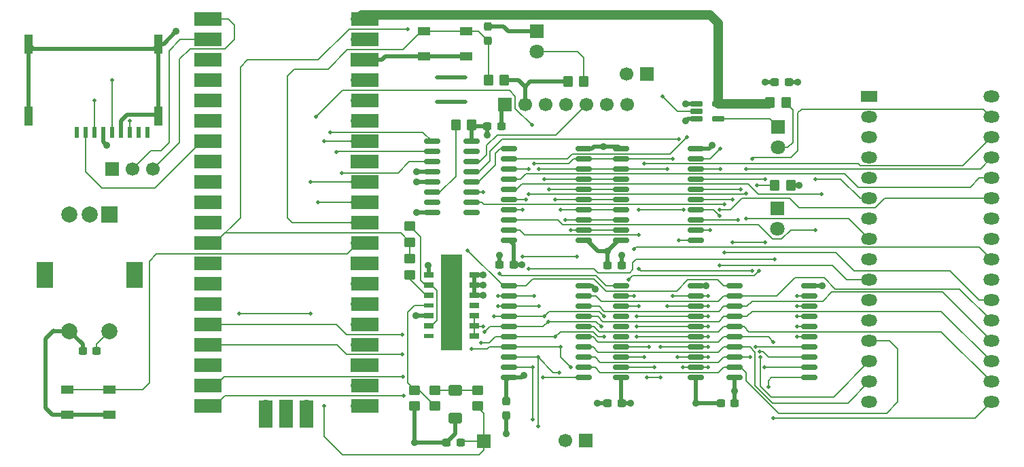
<source format=gbr>
%TF.GenerationSoftware,KiCad,Pcbnew,9.0.6*%
%TF.CreationDate,2025-11-05T23:56:09-08:00*%
%TF.ProjectId,SD-PGMR,53442d50-474d-4522-9e6b-696361645f70,v2.0*%
%TF.SameCoordinates,Original*%
%TF.FileFunction,Copper,L1,Top*%
%TF.FilePolarity,Positive*%
%FSLAX46Y46*%
G04 Gerber Fmt 4.6, Leading zero omitted, Abs format (unit mm)*
G04 Created by KiCad (PCBNEW 9.0.6) date 2025-11-05 23:56:09*
%MOMM*%
%LPD*%
G01*
G04 APERTURE LIST*
G04 Aperture macros list*
%AMRoundRect*
0 Rectangle with rounded corners*
0 $1 Rounding radius*
0 $2 $3 $4 $5 $6 $7 $8 $9 X,Y pos of 4 corners*
0 Add a 4 corners polygon primitive as box body*
4,1,4,$2,$3,$4,$5,$6,$7,$8,$9,$2,$3,0*
0 Add four circle primitives for the rounded corners*
1,1,$1+$1,$2,$3*
1,1,$1+$1,$4,$5*
1,1,$1+$1,$6,$7*
1,1,$1+$1,$8,$9*
0 Add four rect primitives between the rounded corners*
20,1,$1+$1,$2,$3,$4,$5,0*
20,1,$1+$1,$4,$5,$6,$7,0*
20,1,$1+$1,$6,$7,$8,$9,0*
20,1,$1+$1,$8,$9,$2,$3,0*%
G04 Aperture macros list end*
%TA.AperFunction,SMDPad,CuDef*%
%ADD10RoundRect,0.250000X-0.350000X-0.450000X0.350000X-0.450000X0.350000X0.450000X-0.350000X0.450000X0*%
%TD*%
%TA.AperFunction,SMDPad,CuDef*%
%ADD11RoundRect,0.237500X0.300000X0.237500X-0.300000X0.237500X-0.300000X-0.237500X0.300000X-0.237500X0*%
%TD*%
%TA.AperFunction,ComponentPad*%
%ADD12R,1.800000X1.800000*%
%TD*%
%TA.AperFunction,ComponentPad*%
%ADD13C,1.800000*%
%TD*%
%TA.AperFunction,SMDPad,CuDef*%
%ADD14RoundRect,0.150000X0.875000X0.150000X-0.875000X0.150000X-0.875000X-0.150000X0.875000X-0.150000X0*%
%TD*%
%TA.AperFunction,SMDPad,CuDef*%
%ADD15RoundRect,0.237500X-0.300000X-0.237500X0.300000X-0.237500X0.300000X0.237500X-0.300000X0.237500X0*%
%TD*%
%TA.AperFunction,ComponentPad*%
%ADD16R,2.000000X1.440000*%
%TD*%
%TA.AperFunction,ComponentPad*%
%ADD17O,2.000000X1.440000*%
%TD*%
%TA.AperFunction,ComponentPad*%
%ADD18R,1.700000X1.700000*%
%TD*%
%TA.AperFunction,ComponentPad*%
%ADD19C,1.700000*%
%TD*%
%TA.AperFunction,SMDPad,CuDef*%
%ADD20RoundRect,0.250000X-0.600000X0.400000X-0.600000X-0.400000X0.600000X-0.400000X0.600000X0.400000X0*%
%TD*%
%TA.AperFunction,ComponentPad*%
%ADD21O,1.700000X1.700000*%
%TD*%
%TA.AperFunction,SMDPad,CuDef*%
%ADD22R,3.500000X1.700000*%
%TD*%
%TA.AperFunction,SMDPad,CuDef*%
%ADD23R,1.700000X3.500000*%
%TD*%
%TA.AperFunction,SMDPad,CuDef*%
%ADD24R,0.620000X1.400000*%
%TD*%
%TA.AperFunction,SMDPad,CuDef*%
%ADD25R,1.100000X2.400000*%
%TD*%
%TA.AperFunction,SMDPad,CuDef*%
%ADD26RoundRect,0.250000X0.350000X0.450000X-0.350000X0.450000X-0.350000X-0.450000X0.350000X-0.450000X0*%
%TD*%
%TA.AperFunction,SMDPad,CuDef*%
%ADD27RoundRect,0.250000X-0.450000X0.350000X-0.450000X-0.350000X0.450000X-0.350000X0.450000X0.350000X0*%
%TD*%
%TA.AperFunction,SMDPad,CuDef*%
%ADD28RoundRect,0.150000X-0.825000X-0.150000X0.825000X-0.150000X0.825000X0.150000X-0.825000X0.150000X0*%
%TD*%
%TA.AperFunction,SMDPad,CuDef*%
%ADD29RoundRect,0.150000X-0.875000X-0.150000X0.875000X-0.150000X0.875000X0.150000X-0.875000X0.150000X0*%
%TD*%
%TA.AperFunction,SMDPad,CuDef*%
%ADD30RoundRect,0.237500X0.237500X-0.300000X0.237500X0.300000X-0.237500X0.300000X-0.237500X-0.300000X0*%
%TD*%
%TA.AperFunction,SMDPad,CuDef*%
%ADD31RoundRect,0.250000X0.450000X-0.350000X0.450000X0.350000X-0.450000X0.350000X-0.450000X-0.350000X0*%
%TD*%
%TA.AperFunction,ComponentPad*%
%ADD32R,2.000000X2.000000*%
%TD*%
%TA.AperFunction,ComponentPad*%
%ADD33C,2.000000*%
%TD*%
%TA.AperFunction,ComponentPad*%
%ADD34R,2.000000X3.200000*%
%TD*%
%TA.AperFunction,SMDPad,CuDef*%
%ADD35R,1.310000X0.650000*%
%TD*%
%TA.AperFunction,SMDPad,CuDef*%
%ADD36R,1.310000X0.600000*%
%TD*%
%TA.AperFunction,SMDPad,CuDef*%
%ADD37R,1.325000X1.500000*%
%TD*%
%TA.AperFunction,ComponentPad*%
%ADD38C,0.800000*%
%TD*%
%TA.AperFunction,SMDPad,CuDef*%
%ADD39R,1.600000X1.000000*%
%TD*%
%TA.AperFunction,SMDPad,CuDef*%
%ADD40RoundRect,0.162500X-0.617500X-0.162500X0.617500X-0.162500X0.617500X0.162500X-0.617500X0.162500X0*%
%TD*%
%TA.AperFunction,ViaPad*%
%ADD41C,0.889000*%
%TD*%
%TA.AperFunction,ViaPad*%
%ADD42C,0.508000*%
%TD*%
%TA.AperFunction,Conductor*%
%ADD43C,0.190500*%
%TD*%
%TA.AperFunction,Conductor*%
%ADD44C,0.508000*%
%TD*%
%TA.AperFunction,Conductor*%
%ADD45C,1.143000*%
%TD*%
G04 APERTURE END LIST*
D10*
%TO.P,R9,1*%
%TO.N,+3.3V*%
X145304000Y-87249000D03*
%TO.P,R9,2*%
%TO.N,Net-(LED1-A)*%
X147304000Y-87249000D03*
%TD*%
D11*
%TO.P,C9,1*%
%TO.N,GND*%
X137006501Y-92837000D03*
%TO.P,C9,2*%
%TO.N,+5DP*%
X135281499Y-92837000D03*
%TD*%
D12*
%TO.P,LED2,1,K*%
%TO.N,Net-(LED2-K)*%
X171500800Y-92959000D03*
D13*
%TO.P,LED2,2,A*%
%TO.N,Net-(LED2-A)*%
X171500800Y-95499000D03*
%TD*%
D11*
%TO.P,C1,1*%
%TO.N,/RE_SW-*%
X86587500Y-120900000D03*
%TO.P,C1,2*%
%TO.N,GND*%
X84862500Y-120900000D03*
%TD*%
D14*
%TO.P,U5,1,OE*%
%TO.N,/PRD-*%
X147320000Y-124206000D03*
%TO.P,U5,2,D0*%
%TO.N,/BD0*%
X147320000Y-122936000D03*
%TO.P,U5,3,D1*%
%TO.N,/BD1*%
X147320000Y-121666000D03*
%TO.P,U5,4,D2*%
%TO.N,/BD2*%
X147320000Y-120396000D03*
%TO.P,U5,5,D3*%
%TO.N,/BD3*%
X147320000Y-119126000D03*
%TO.P,U5,6,D4*%
%TO.N,/BD4*%
X147320000Y-117856000D03*
%TO.P,U5,7,D5*%
%TO.N,/BD5*%
X147320000Y-116586000D03*
%TO.P,U5,8,D6*%
%TO.N,/BD6*%
X147320000Y-115316000D03*
%TO.P,U5,9,D7*%
%TO.N,/BD7*%
X147320000Y-114046000D03*
%TO.P,U5,10,GND*%
%TO.N,GND*%
X147320000Y-112776000D03*
%TO.P,U5,11,Cp*%
%TO.N,/DLATCH*%
X138020000Y-112776000D03*
%TO.P,U5,12,Q7*%
%TO.N,/PD7*%
X138020000Y-114046000D03*
%TO.P,U5,13,Q6*%
%TO.N,/PD6*%
X138020000Y-115316000D03*
%TO.P,U5,14,Q5*%
%TO.N,/PD5*%
X138020000Y-116586000D03*
%TO.P,U5,15,Q4*%
%TO.N,/PD4*%
X138020000Y-117856000D03*
%TO.P,U5,16,Q3*%
%TO.N,/PD3*%
X138020000Y-119126000D03*
%TO.P,U5,17,Q2*%
%TO.N,/PD2*%
X138020000Y-120396000D03*
%TO.P,U5,18,Q1*%
%TO.N,/PD1*%
X138020000Y-121666000D03*
%TO.P,U5,19,Q0*%
%TO.N,/PD0*%
X138020000Y-122936000D03*
%TO.P,U5,20,VCC*%
%TO.N,+3.3V*%
X138020000Y-124206000D03*
%TD*%
%TO.P,U9,1,OE*%
%TO.N,GND*%
X161290000Y-124206000D03*
%TO.P,U9,2,D0*%
%TO.N,/PD0*%
X161290000Y-122936000D03*
%TO.P,U9,3,D1*%
%TO.N,/PD1*%
X161290000Y-121666000D03*
%TO.P,U9,4,D2*%
%TO.N,/PD2*%
X161290000Y-120396000D03*
%TO.P,U9,5,D3*%
%TO.N,/PD3*%
X161290000Y-119126000D03*
%TO.P,U9,6,D4*%
%TO.N,/PD4*%
X161290000Y-117856000D03*
%TO.P,U9,7,D5*%
%TO.N,/PD5*%
X161290000Y-116586000D03*
%TO.P,U9,8,D6*%
%TO.N,/PD6*%
X161290000Y-115316000D03*
%TO.P,U9,9,D7*%
%TO.N,/PD7*%
X161290000Y-114046000D03*
%TO.P,U9,10,GND*%
%TO.N,GND*%
X161290000Y-112776000D03*
%TO.P,U9,11,Cp*%
%TO.N,/ADH_LD-*%
X151990000Y-112776000D03*
%TO.P,U9,12,Q7*%
%TO.N,/FRD-*%
X151990000Y-114046000D03*
%TO.P,U9,13,Q6*%
%TO.N,/FWR-*%
X151990000Y-115316000D03*
%TO.P,U9,14,Q5*%
%TO.N,unconnected-(U9-Q5-Pad14)*%
X151990000Y-116586000D03*
%TO.P,U9,15,Q4*%
%TO.N,unconnected-(U9-Q4-Pad15)*%
X151990000Y-117856000D03*
%TO.P,U9,16,Q3*%
%TO.N,unconnected-(U9-Q3-Pad16)*%
X151990000Y-119126000D03*
%TO.P,U9,17,Q2*%
%TO.N,/BA18*%
X151990000Y-120396000D03*
%TO.P,U9,18,Q1*%
%TO.N,/BA17*%
X151990000Y-121666000D03*
%TO.P,U9,19,Q0*%
%TO.N,/BA16*%
X151990000Y-122936000D03*
%TO.P,U9,20,VCC*%
%TO.N,+5DP*%
X151990000Y-124206000D03*
%TD*%
D15*
%TO.P,C8,1*%
%TO.N,GND*%
X150267499Y-110236000D03*
%TO.P,C8,2*%
%TO.N,+5DP*%
X151992501Y-110236000D03*
%TD*%
D16*
%TO.P,U4,1,A18*%
%TO.N,/BA18*%
X182880000Y-89154000D03*
D17*
%TO.P,U4,2,A16*%
%TO.N,/BA16*%
X182880000Y-91694000D03*
%TO.P,U4,3,A15*%
%TO.N,/BA15*%
X182880000Y-94234000D03*
%TO.P,U4,4,A12*%
%TO.N,/BA12*%
X182880000Y-96774000D03*
%TO.P,U4,5,A7*%
%TO.N,/BA7*%
X182880000Y-99314000D03*
%TO.P,U4,6,A6*%
%TO.N,/BA6*%
X182880000Y-101854000D03*
%TO.P,U4,7,A5*%
%TO.N,/BA5*%
X182880000Y-104394000D03*
%TO.P,U4,8,A4*%
%TO.N,/BA4*%
X182880000Y-106934000D03*
%TO.P,U4,9,A3*%
%TO.N,/BA3*%
X182880000Y-109474000D03*
%TO.P,U4,10,A2*%
%TO.N,/BA2*%
X182880000Y-112014000D03*
%TO.P,U4,11,A1*%
%TO.N,/BA1*%
X182880000Y-114554000D03*
%TO.P,U4,12,A0*%
%TO.N,/BA0*%
X182880000Y-117094000D03*
%TO.P,U4,13,D0*%
%TO.N,/BD0*%
X182880000Y-119634000D03*
%TO.P,U4,14,D1*%
%TO.N,/BD1*%
X182880000Y-122174000D03*
%TO.P,U4,15,D2*%
%TO.N,/BD2*%
X182880000Y-124714000D03*
%TO.P,U4,16,GND*%
%TO.N,GND*%
X182880000Y-127254000D03*
%TO.P,U4,17,D3*%
%TO.N,/BD3*%
X198120000Y-127254000D03*
%TO.P,U4,18,D4*%
%TO.N,/BD4*%
X198120000Y-124714000D03*
%TO.P,U4,19,D5*%
%TO.N,/BD5*%
X198120000Y-122174000D03*
%TO.P,U4,20,D6*%
%TO.N,/BD6*%
X198120000Y-119634000D03*
%TO.P,U4,21,D7*%
%TO.N,/BD7*%
X198120000Y-117094000D03*
%TO.P,U4,22,CE*%
%TO.N,/F_SEL-*%
X198120000Y-114554000D03*
%TO.P,U4,23,A10*%
%TO.N,/BA10*%
X198120000Y-112014000D03*
%TO.P,U4,24,OE*%
%TO.N,/FRD-*%
X198120000Y-109474000D03*
%TO.P,U4,25,A11*%
%TO.N,/BA11*%
X198120000Y-106934000D03*
%TO.P,U4,26,A9*%
%TO.N,/BA9*%
X198120000Y-104394000D03*
%TO.P,U4,27,A8*%
%TO.N,/BA8*%
X198120000Y-101854000D03*
%TO.P,U4,28,A13*%
%TO.N,/BA13*%
X198120000Y-99314000D03*
%TO.P,U4,29,A14*%
%TO.N,/BA14*%
X198120000Y-96774000D03*
%TO.P,U4,30,A17*%
%TO.N,/BA17*%
X198120000Y-94234000D03*
%TO.P,U4,31,PGM*%
%TO.N,/FWR-*%
X198120000Y-91694000D03*
%TO.P,U4,32,VCC*%
%TO.N,+5DP*%
X198120000Y-89154000D03*
%TD*%
D18*
%TO.P,J1,1,Pin_1*%
%TO.N,GND*%
X137434000Y-90145000D03*
D19*
%TO.P,J1,2,Pin_2*%
%TO.N,+3.3V*%
X139974000Y-90145000D03*
%TO.P,J1,3,Pin_3*%
%TO.N,/SPICK*%
X142514000Y-90145000D03*
%TO.P,J1,4,Pin_4*%
%TO.N,/SPIMO*%
X145054000Y-90145000D03*
%TO.P,J1,5,Pin_5*%
%TO.N,/DISPRST-*%
X147594000Y-90145000D03*
%TO.P,J1,6,Pin_6*%
%TO.N,/DISP_CD*%
X150134000Y-90145000D03*
%TO.P,J1,7,Pin_7*%
%TO.N,/DISP_CS-*%
X152674000Y-90145000D03*
%TD*%
D20*
%TO.P,D1,1,K*%
%TO.N,Net-(D1-K)*%
X131318000Y-125758000D03*
%TO.P,D1,2,A*%
%TO.N,GND*%
X131318000Y-129258000D03*
%TD*%
D12*
%TO.P,LED3,1,K*%
%TO.N,GND*%
X171450000Y-103119000D03*
D13*
%TO.P,LED3,2,A*%
%TO.N,Net-(LED3-A)*%
X171450000Y-105659000D03*
%TD*%
D10*
%TO.P,R5,1*%
%TO.N,Net-(U2-E3)*%
X131334000Y-92710000D03*
%TO.P,R5,2*%
%TO.N,+5DP*%
X133334000Y-92710000D03*
%TD*%
D21*
%TO.P,U1,1,GPIO0*%
%TO.N,/RE_A*%
X101346001Y-79502000D03*
D22*
X100446001Y-79502000D03*
D21*
%TO.P,U1,2,GPIO1*%
%TO.N,/RE_B*%
X101346001Y-82042000D03*
D22*
X100446001Y-82042000D03*
D18*
%TO.P,U1,3,GND*%
%TO.N,GND*%
X101346001Y-84582000D03*
D22*
X100446001Y-84582000D03*
D21*
%TO.P,U1,4,GPIO2*%
%TO.N,/SPICK*%
X101346001Y-87122000D03*
D22*
X100446001Y-87122000D03*
D21*
%TO.P,U1,5,GPIO3*%
%TO.N,/SPIMO*%
X101346001Y-89662000D03*
D22*
X100446001Y-89662000D03*
D21*
%TO.P,U1,6,GPIO4*%
%TO.N,/SPIMI*%
X101346001Y-92202000D03*
D22*
X100446001Y-92202000D03*
D21*
%TO.P,U1,7,GPIO5*%
%TO.N,/CARD_CS-*%
X101346001Y-94742000D03*
D22*
X100446001Y-94742000D03*
D18*
%TO.P,U1,8,GND*%
%TO.N,GND*%
X101346001Y-97282000D03*
D22*
X100446001Y-97282000D03*
D21*
%TO.P,U1,9,GPIO6*%
%TO.N,/DISP_CS-*%
X101346001Y-99822000D03*
D22*
X100446001Y-99822000D03*
D21*
%TO.P,U1,10,GPIO7*%
%TO.N,/DISP_CD*%
X101346001Y-102362000D03*
D22*
X100446001Y-102362000D03*
D21*
%TO.P,U1,11,GPIO8*%
%TO.N,/RE_SW-*%
X101346001Y-104902000D03*
D22*
X100446001Y-104902000D03*
D21*
%TO.P,U1,12,GPIO9*%
%TO.N,/FPWR_ON*%
X101346001Y-107442000D03*
D22*
X100446001Y-107442000D03*
D18*
%TO.P,U1,13,GND*%
%TO.N,GND*%
X101346001Y-109982000D03*
D22*
X100446001Y-109982000D03*
D21*
%TO.P,U1,14,GPIO10*%
%TO.N,/PD0*%
X101346001Y-112522000D03*
D22*
X100446001Y-112522000D03*
D21*
%TO.P,U1,15,GPIO11*%
%TO.N,/PD1*%
X101346001Y-115062000D03*
D22*
X100446001Y-115062000D03*
D21*
%TO.P,U1,16,GPIO12*%
%TO.N,/PD2*%
X101346001Y-117602000D03*
D22*
X100446001Y-117602000D03*
D21*
%TO.P,U1,17,GPIO13*%
%TO.N,/PD3*%
X101346001Y-120142000D03*
D22*
X100446001Y-120142000D03*
D18*
%TO.P,U1,18,GND*%
%TO.N,GND*%
X101346001Y-122682000D03*
D22*
X100446001Y-122682000D03*
D21*
%TO.P,U1,19,GPIO14*%
%TO.N,/PD4*%
X101346001Y-125222000D03*
D22*
X100446001Y-125222000D03*
D21*
%TO.P,U1,20,GPIO15*%
%TO.N,/PD5*%
X101346001Y-127762000D03*
D22*
X100446001Y-127762000D03*
D21*
%TO.P,U1,21,GPIO16*%
%TO.N,/PD6*%
X119126001Y-127762000D03*
D22*
X120026001Y-127762000D03*
D21*
%TO.P,U1,22,GPIO17*%
%TO.N,/PD7*%
X119126001Y-125222000D03*
D22*
X120026001Y-125222000D03*
D18*
%TO.P,U1,23,GND*%
%TO.N,GND*%
X119126001Y-122682000D03*
D22*
X120026001Y-122682000D03*
D21*
%TO.P,U1,24,GPIO18*%
%TO.N,/A0*%
X119126001Y-120142000D03*
D22*
X120026001Y-120142000D03*
D21*
%TO.P,U1,25,GPIO19*%
%TO.N,/A1*%
X119126001Y-117602000D03*
D22*
X120026001Y-117602000D03*
D21*
%TO.P,U1,26,GPIO20*%
%TO.N,/A2*%
X119126001Y-115062000D03*
D22*
X120026001Y-115062000D03*
D21*
%TO.P,U1,27,GPIO21*%
%TO.N,/DLATCH*%
X119126001Y-112522000D03*
D22*
X120026001Y-112522000D03*
D18*
%TO.P,U1,28,GND*%
%TO.N,GND*%
X119126001Y-109982000D03*
D22*
X120026001Y-109982000D03*
D21*
%TO.P,U1,29,GPIO22*%
%TO.N,/ATTN-*%
X119126001Y-107442000D03*
D22*
X120026001Y-107442000D03*
D21*
%TO.P,U1,30,RUN*%
%TO.N,/RESET-*%
X119126001Y-104902000D03*
D22*
X120026001Y-104902000D03*
D21*
%TO.P,U1,31,GPIO26_ADC0*%
%TO.N,/PRD-*%
X119126001Y-102362000D03*
D22*
X120026001Y-102362000D03*
D21*
%TO.P,U1,32,GPIO27_ADC1*%
%TO.N,/PWR-*%
X119126001Y-99822000D03*
D22*
X120026001Y-99822000D03*
D18*
%TO.P,U1,33,AGND*%
%TO.N,GND*%
X119126001Y-97282000D03*
D22*
X120026001Y-97282000D03*
D21*
%TO.P,U1,34,GPIO28_ADC2*%
%TO.N,/DPSENS*%
X119126001Y-94742000D03*
D22*
X120026001Y-94742000D03*
D21*
%TO.P,U1,35,ADC_VREF*%
%TO.N,unconnected-(U1-ADC_VREF-Pad35)_1*%
X119126001Y-92202000D03*
D22*
%TO.N,unconnected-(U1-ADC_VREF-Pad35)*%
X120026001Y-92202000D03*
D21*
%TO.P,U1,36,3V3*%
%TO.N,+3.3V*%
X119126001Y-89662000D03*
D22*
X120026001Y-89662000D03*
D21*
%TO.P,U1,37,3V3_EN*%
%TO.N,unconnected-(U1-3V3_EN-Pad37)_1*%
X119126001Y-87122000D03*
D22*
%TO.N,unconnected-(U1-3V3_EN-Pad37)*%
X120026001Y-87122000D03*
D18*
%TO.P,U1,38,GND*%
%TO.N,GND*%
X119126001Y-84582000D03*
D22*
X120026001Y-84582000D03*
D21*
%TO.P,U1,39,VSYS*%
%TO.N,+5V*%
X119126001Y-82042000D03*
D22*
X120026001Y-82042000D03*
D21*
%TO.P,U1,40,VBUS*%
X119126001Y-79502000D03*
D22*
X120026001Y-79502000D03*
D21*
%TO.P,U1,D1,SWCLK*%
%TO.N,unconnected-(U1-SWCLK-PadD1)_1*%
X107700001Y-127802000D03*
D23*
%TO.N,unconnected-(U1-SWCLK-PadD1)*%
X107700001Y-128702000D03*
D18*
%TO.P,U1,D2,GND*%
%TO.N,unconnected-(U1-GND-PadD2)_1*%
X110240001Y-127802000D03*
D23*
%TO.N,unconnected-(U1-GND-PadD2)*%
X110240001Y-128702000D03*
D21*
%TO.P,U1,D3,SWDIO*%
%TO.N,unconnected-(U1-SWDIO-PadD3)_1*%
X112780001Y-127802000D03*
D23*
%TO.N,unconnected-(U1-SWDIO-PadD3)*%
X112780001Y-128702000D03*
%TD*%
D24*
%TO.P,SD1,1,DAT2*%
%TO.N,unconnected-(SD1-DAT2-Pad1)*%
X84121000Y-93600000D03*
%TO.P,SD1,2,DAT3/CD*%
%TO.N,/CARD_CS-*%
X85221000Y-93600000D03*
%TO.P,SD1,3,CMD*%
%TO.N,/SPIMO*%
X86321000Y-93600000D03*
%TO.P,SD1,4,VDD*%
%TO.N,+3.3V*%
X87421000Y-93600000D03*
%TO.P,SD1,5,CLK*%
%TO.N,/SPICK*%
X88521000Y-93600000D03*
%TO.P,SD1,6,VSS*%
%TO.N,GND*%
X89621000Y-93600000D03*
%TO.P,SD1,7,DAT0*%
%TO.N,/SPIMI*%
X90721000Y-93600000D03*
%TO.P,SD1,8,DAT1*%
%TO.N,unconnected-(SD1-DAT1-Pad8)*%
X91821000Y-93600000D03*
%TO.P,SD1,9,DET*%
%TO.N,unconnected-(SD1-DET-Pad9)*%
X92921000Y-93600000D03*
D25*
%TO.P,SD1,10,SHIELD*%
%TO.N,GND*%
X94301000Y-91600000D03*
X94301000Y-82600000D03*
X78151000Y-91600000D03*
X78151000Y-82600000D03*
%TD*%
D26*
%TO.P,R7,1*%
%TO.N,+3.3V*%
X137398000Y-87122000D03*
%TO.P,R7,2*%
%TO.N,/RESET-*%
X135398000Y-87122000D03*
%TD*%
D27*
%TO.P,R8,1*%
%TO.N,Net-(U3-IS)*%
X126238000Y-125746000D03*
%TO.P,R8,2*%
%TO.N,GND*%
X126238000Y-127746000D03*
%TD*%
D10*
%TO.P,R12,1*%
%TO.N,+5V*%
X170500800Y-89911000D03*
%TO.P,R12,2*%
%TO.N,Net-(LED2-A)*%
X172500800Y-89911000D03*
%TD*%
D14*
%TO.P,U8,1,OE*%
%TO.N,GND*%
X147320000Y-107086400D03*
%TO.P,U8,2,D0*%
%TO.N,/PD0*%
X147320000Y-105816400D03*
%TO.P,U8,3,D1*%
%TO.N,/PD1*%
X147320000Y-104546400D03*
%TO.P,U8,4,D2*%
%TO.N,/PD2*%
X147320000Y-103276400D03*
%TO.P,U8,5,D3*%
%TO.N,/PD3*%
X147320000Y-102006400D03*
%TO.P,U8,6,D4*%
%TO.N,/PD4*%
X147320000Y-100736400D03*
%TO.P,U8,7,D5*%
%TO.N,/PD5*%
X147320000Y-99466400D03*
%TO.P,U8,8,D6*%
%TO.N,/PD6*%
X147320000Y-98196400D03*
%TO.P,U8,9,D7*%
%TO.N,/PD7*%
X147320000Y-96926400D03*
%TO.P,U8,10,GND*%
%TO.N,GND*%
X147320000Y-95656400D03*
%TO.P,U8,11,Cp*%
%TO.N,/ADM_LD-*%
X138020000Y-95656400D03*
%TO.P,U8,12,Q7*%
%TO.N,/BA15*%
X138020000Y-96926400D03*
%TO.P,U8,13,Q6*%
%TO.N,/BA14*%
X138020000Y-98196400D03*
%TO.P,U8,14,Q5*%
%TO.N,/BA13*%
X138020000Y-99466400D03*
%TO.P,U8,15,Q4*%
%TO.N,/BA12*%
X138020000Y-100736400D03*
%TO.P,U8,16,Q3*%
%TO.N,/BA11*%
X138020000Y-102006400D03*
%TO.P,U8,17,Q2*%
%TO.N,/BA10*%
X138020000Y-103276400D03*
%TO.P,U8,18,Q1*%
%TO.N,/BA9*%
X138020000Y-104546400D03*
%TO.P,U8,19,Q0*%
%TO.N,/BA8*%
X138020000Y-105816400D03*
%TO.P,U8,20,VCC*%
%TO.N,+5DP*%
X138020000Y-107086400D03*
%TD*%
D28*
%TO.P,U2,1,A0*%
%TO.N,/A0*%
X128400000Y-94742000D03*
%TO.P,U2,2,A1*%
%TO.N,/A1*%
X128400000Y-96012000D03*
%TO.P,U2,3,A2*%
%TO.N,/A2*%
X128400000Y-97282000D03*
%TO.P,U2,4,E1*%
%TO.N,GND*%
X128400000Y-98552000D03*
%TO.P,U2,5,E2*%
X128400000Y-99822000D03*
%TO.P,U2,6,E3*%
%TO.N,Net-(U2-E3)*%
X128400000Y-101092000D03*
%TO.P,U2,7,O7*%
%TO.N,unconnected-(U2-O7-Pad7)*%
X128400000Y-102362000D03*
%TO.P,U2,8,GND*%
%TO.N,GND*%
X128400000Y-103632000D03*
%TO.P,U2,9,O6*%
%TO.N,unconnected-(U2-O6-Pad9)*%
X133350000Y-103632000D03*
%TO.P,U2,10,O5*%
%TO.N,/F_SEL-*%
X133350000Y-102362000D03*
%TO.P,U2,11,O4*%
%TO.N,/ADH_LD-*%
X133350000Y-101092000D03*
%TO.P,U2,12,O3*%
%TO.N,/ADM_LD-*%
X133350000Y-99822000D03*
%TO.P,U2,13,O2*%
%TO.N,/ADL_LD-*%
X133350000Y-98552000D03*
%TO.P,U2,14,O1*%
%TO.N,/DISPRST-*%
X133350000Y-97282000D03*
%TO.P,U2,15,O0*%
%TO.N,unconnected-(U2-O0-Pad15)*%
X133350000Y-96012000D03*
%TO.P,U2,16,VCC*%
%TO.N,+5DP*%
X133350000Y-94742000D03*
%TD*%
D12*
%TO.P,LED1,1,K*%
%TO.N,GND*%
X141478000Y-81026000D03*
D13*
%TO.P,LED1,2,A*%
%TO.N,Net-(LED1-A)*%
X141478000Y-83566000D03*
%TD*%
D15*
%TO.P,C10,1*%
%TO.N,GND*%
X171095500Y-87376000D03*
%TO.P,C10,2*%
%TO.N,+5DP*%
X172820500Y-87376000D03*
%TD*%
D18*
%TO.P,J2,1,Pin_1*%
%TO.N,GND*%
X88519000Y-98171000D03*
D19*
%TO.P,J2,2,Pin_2*%
%TO.N,/RE_B*%
X91059000Y-98171000D03*
%TO.P,J2,3,Pin_3*%
%TO.N,/RE_A*%
X93599000Y-98171000D03*
%TD*%
D15*
%TO.P,C7,1*%
%TO.N,GND*%
X164364499Y-127381000D03*
%TO.P,C7,2*%
%TO.N,+5DP*%
X166089501Y-127381000D03*
%TD*%
%TO.P,C4,1*%
%TO.N,GND*%
X150267499Y-127381000D03*
%TO.P,C4,2*%
%TO.N,+5DP*%
X151992501Y-127381000D03*
%TD*%
%TO.P,C6,1*%
%TO.N,GND*%
X130201499Y-132334000D03*
%TO.P,C6,2*%
%TO.N,/DPSENS*%
X131926501Y-132334000D03*
%TD*%
D29*
%TO.P,U7,1,OE*%
%TO.N,GND*%
X151990000Y-95656400D03*
%TO.P,U7,2,D0*%
%TO.N,/PD7*%
X151990000Y-96926400D03*
%TO.P,U7,3,D1*%
%TO.N,/PD6*%
X151990000Y-98196400D03*
%TO.P,U7,4,D2*%
%TO.N,/PD5*%
X151990000Y-99466400D03*
%TO.P,U7,5,D3*%
%TO.N,/PD4*%
X151990000Y-100736400D03*
%TO.P,U7,6,D4*%
%TO.N,/PD3*%
X151990000Y-102006400D03*
%TO.P,U7,7,D5*%
%TO.N,/PD2*%
X151990000Y-103276400D03*
%TO.P,U7,8,D6*%
%TO.N,/PD1*%
X151990000Y-104546400D03*
%TO.P,U7,9,D7*%
%TO.N,/PD0*%
X151990000Y-105816400D03*
%TO.P,U7,10,GND*%
%TO.N,GND*%
X151990000Y-107086400D03*
%TO.P,U7,11,Cp*%
%TO.N,/ADL_LD-*%
X161290000Y-107086400D03*
%TO.P,U7,12,Q7*%
%TO.N,/BA0*%
X161290000Y-105816400D03*
%TO.P,U7,13,Q6*%
%TO.N,/BA1*%
X161290000Y-104546400D03*
%TO.P,U7,14,Q5*%
%TO.N,/BA2*%
X161290000Y-103276400D03*
%TO.P,U7,15,Q4*%
%TO.N,/BA3*%
X161290000Y-102006400D03*
%TO.P,U7,16,Q3*%
%TO.N,/BA4*%
X161290000Y-100736400D03*
%TO.P,U7,17,Q2*%
%TO.N,/BA5*%
X161290000Y-99466400D03*
%TO.P,U7,18,Q1*%
%TO.N,/BA6*%
X161290000Y-98196400D03*
%TO.P,U7,19,Q0*%
%TO.N,/BA7*%
X161290000Y-96926400D03*
%TO.P,U7,20,VCC*%
%TO.N,+5DP*%
X161290000Y-95656400D03*
%TD*%
D30*
%TO.P,C3,1*%
%TO.N,GND*%
X137668000Y-128878501D03*
%TO.P,C3,2*%
%TO.N,+3.3V*%
X137668000Y-127153499D03*
%TD*%
D31*
%TO.P,R1,1*%
%TO.N,/FPWR_ON*%
X125603000Y-107299000D03*
%TO.P,R1,2*%
%TO.N,Net-(U3-IN0)*%
X125603000Y-105299000D03*
%TD*%
D32*
%TO.P,RE1,A,A*%
%TO.N,/RE_A*%
X88225000Y-103875000D03*
D33*
%TO.P,RE1,B,B*%
%TO.N,/RE_B*%
X83225000Y-103875000D03*
%TO.P,RE1,C,C*%
%TO.N,GND*%
X85725000Y-103875000D03*
D34*
%TO.P,RE1,MP*%
%TO.N,N/C*%
X91325000Y-111375000D03*
X80125000Y-111375000D03*
D33*
%TO.P,RE1,S1,S1*%
%TO.N,GND*%
X83225000Y-118375000D03*
%TO.P,RE1,S2,S2*%
%TO.N,/RE_SW-*%
X88225000Y-118375000D03*
%TD*%
D27*
%TO.P,R2,1*%
%TO.N,/FPWR_ON*%
X125603000Y-109363000D03*
%TO.P,R2,2*%
%TO.N,Net-(U3-DEN)*%
X125603000Y-111363000D03*
%TD*%
D18*
%TO.P,J4,1,Pin_1*%
%TO.N,GND*%
X147579000Y-132080000D03*
D19*
%TO.P,J4,2,Pin_2*%
%TO.N,Net-(J4-Pin_2)*%
X145039000Y-132080000D03*
%TD*%
D35*
%TO.P,U3,1,GND*%
%TO.N,GND*%
X127965000Y-111391000D03*
%TO.P,U3,2,IN0*%
%TO.N,Net-(U3-IN0)*%
X127965000Y-112661000D03*
%TO.P,U3,3,DEN*%
%TO.N,Net-(U3-DEN)*%
X127965000Y-113931000D03*
D36*
%TO.P,U3,4,IS*%
%TO.N,Net-(U3-IS)*%
X127965000Y-115201000D03*
D35*
%TO.P,U3,5,DS1*%
%TO.N,GND*%
X127963884Y-116471911D03*
%TO.P,U3,6,IN1*%
%TO.N,Net-(U3-IN0)*%
X127963884Y-117741911D03*
D36*
%TO.P,U3,7,NC*%
%TO.N,unconnected-(U3-NC-Pad7)*%
X127963884Y-119011911D03*
D35*
%TO.P,U3,8,OUT1a*%
%TO.N,Net-(J4-Pin_2)*%
X133653884Y-119011911D03*
%TO.P,U3,9,OUT1b*%
X133653884Y-117741911D03*
%TO.P,U3,10,OUT1c*%
X133653884Y-116471911D03*
%TO.P,U3,11,NC*%
%TO.N,unconnected-(U3-NC-Pad11)*%
X133655000Y-115201000D03*
%TO.P,U3,12,OUT0a*%
%TO.N,+5DP*%
X133655000Y-113931000D03*
%TO.P,U3,13,OUT0b*%
X133655000Y-112661000D03*
%TO.P,U3,14,OUT0c*%
X133655000Y-111391000D03*
D37*
%TO.P,U3,CT,VS*%
%TO.N,+5V*%
X130147500Y-112546000D03*
X130147500Y-114046000D03*
X130147778Y-118518449D03*
X130147778Y-120018449D03*
X130148787Y-109564011D03*
X130148787Y-111064011D03*
X130149795Y-115541408D03*
X130149795Y-117041408D03*
D38*
X130810000Y-112546000D03*
X130810000Y-114046000D03*
X130810278Y-118518449D03*
X130810278Y-120018449D03*
X130811287Y-109564011D03*
X130811287Y-111064011D03*
X130812295Y-115541408D03*
X130812295Y-117041408D03*
D37*
X131472500Y-112546000D03*
X131472500Y-114046000D03*
X131472778Y-118518449D03*
X131472778Y-120018449D03*
X131473787Y-109564011D03*
X131473787Y-111064011D03*
X131474795Y-115541408D03*
X131474795Y-117041408D03*
%TD*%
D15*
%TO.P,C2,1*%
%TO.N,GND*%
X136805499Y-110109000D03*
%TO.P,C2,2*%
%TO.N,+5DP*%
X138530501Y-110109000D03*
%TD*%
D39*
%TO.P,SW1,1,1*%
%TO.N,/ATTN-*%
X82973000Y-125654000D03*
X88223000Y-125654000D03*
%TO.P,SW1,2,2*%
%TO.N,GND*%
X82973000Y-128854000D03*
X88223000Y-128854000D03*
%TD*%
D18*
%TO.P,J3,1,Pin_1*%
%TO.N,GND*%
X155199000Y-86360000D03*
D19*
%TO.P,J3,2,Pin_2*%
%TO.N,+3.3V*%
X152659000Y-86360000D03*
%TD*%
D18*
%TO.P,J5,1,Pin_1*%
%TO.N,/DPSENS*%
X134874000Y-132096000D03*
%TD*%
D39*
%TO.P,SW2,1,1*%
%TO.N,/RESET-*%
X127423000Y-80950000D03*
X132673000Y-80950000D03*
%TO.P,SW2,2,2*%
%TO.N,GND*%
X127423000Y-84150000D03*
X132673000Y-84150000D03*
%TD*%
D31*
%TO.P,R10,1*%
%TO.N,Net-(U3-IS)*%
X128778000Y-127746000D03*
%TO.P,R10,2*%
%TO.N,Net-(D1-K)*%
X128778000Y-125746000D03*
%TD*%
D27*
%TO.P,R11,1*%
%TO.N,Net-(D1-K)*%
X134112000Y-125762000D03*
%TO.P,R11,2*%
%TO.N,/DPSENS*%
X134112000Y-127762000D03*
%TD*%
D30*
%TO.P,C5,1*%
%TO.N,/RESET-*%
X135382000Y-82142501D03*
%TO.P,C5,2*%
%TO.N,GND*%
X135382000Y-80417499D03*
%TD*%
D40*
%TO.P,U10,1*%
%TO.N,GND*%
X161384000Y-90048000D03*
%TO.P,U10,2*%
%TO.N,/FPWR_ON*%
X161384000Y-90998000D03*
%TO.P,U10,3,GND*%
%TO.N,GND*%
X161384000Y-91948000D03*
%TO.P,U10,4*%
%TO.N,Net-(LED2-K)*%
X164084000Y-91948000D03*
%TO.P,U10,5,VCC*%
%TO.N,+5V*%
X164084000Y-90048000D03*
%TD*%
D14*
%TO.P,U6,1,OE*%
%TO.N,/PWR-*%
X175416000Y-124206000D03*
%TO.P,U6,2,D0*%
%TO.N,/PD0*%
X175416000Y-122936000D03*
%TO.P,U6,3,D1*%
%TO.N,/PD1*%
X175416000Y-121666000D03*
%TO.P,U6,4,D2*%
%TO.N,/PD2*%
X175416000Y-120396000D03*
%TO.P,U6,5,D3*%
%TO.N,/PD3*%
X175416000Y-119126000D03*
%TO.P,U6,6,D4*%
%TO.N,/PD4*%
X175416000Y-117856000D03*
%TO.P,U6,7,D5*%
%TO.N,/PD5*%
X175416000Y-116586000D03*
%TO.P,U6,8,D6*%
%TO.N,/PD6*%
X175416000Y-115316000D03*
%TO.P,U6,9,D7*%
%TO.N,/PD7*%
X175416000Y-114046000D03*
%TO.P,U6,10,GND*%
%TO.N,GND*%
X175416000Y-112776000D03*
%TO.P,U6,11,Cp*%
%TO.N,/DLATCH*%
X166116000Y-112776000D03*
%TO.P,U6,12,Q7*%
%TO.N,/BD7*%
X166116000Y-114046000D03*
%TO.P,U6,13,Q6*%
%TO.N,/BD6*%
X166116000Y-115316000D03*
%TO.P,U6,14,Q5*%
%TO.N,/BD5*%
X166116000Y-116586000D03*
%TO.P,U6,15,Q4*%
%TO.N,/BD4*%
X166116000Y-117856000D03*
%TO.P,U6,16,Q3*%
%TO.N,/BD3*%
X166116000Y-119126000D03*
%TO.P,U6,17,Q2*%
%TO.N,/BD2*%
X166116000Y-120396000D03*
%TO.P,U6,18,Q1*%
%TO.N,/BD1*%
X166116000Y-121666000D03*
%TO.P,U6,19,Q0*%
%TO.N,/BD0*%
X166116000Y-122936000D03*
%TO.P,U6,20,VCC*%
%TO.N,+5DP*%
X166116000Y-124206000D03*
%TD*%
D10*
%TO.P,R13,1*%
%TO.N,Net-(LED3-A)*%
X171101000Y-100203000D03*
%TO.P,R13,2*%
%TO.N,+5DP*%
X173101000Y-100203000D03*
%TD*%
D41*
%TO.N,GND*%
X126492000Y-103632000D03*
X162560000Y-112776000D03*
X148717000Y-113157000D03*
X161290000Y-127381000D03*
X126492000Y-98552000D03*
X149733000Y-95377000D03*
X126238000Y-132334000D03*
X96520000Y-81026000D03*
X177038000Y-112776000D03*
X136779000Y-108966000D03*
X148971000Y-127381000D03*
X160020000Y-92202000D03*
X137668000Y-131191000D03*
X126492000Y-99822000D03*
X169926000Y-87376000D03*
X126365000Y-116459000D03*
X150241000Y-108458000D03*
X160020000Y-90043000D03*
X127889000Y-110236000D03*
D42*
%TO.N,+3.3V*%
X132588000Y-86741000D03*
X132588000Y-89789000D03*
D41*
X139827000Y-123952000D03*
D42*
X129032000Y-86741000D03*
X129032000Y-89789000D03*
D41*
X87884000Y-95250000D03*
D42*
%TO.N,/SPICK*%
X88519000Y-87122000D03*
%TO.N,/SPIMO*%
X86360000Y-89662000D03*
%TO.N,/DISP_CS-*%
X113919000Y-91694000D03*
X140843000Y-92710000D03*
%TO.N,Net-(LED3-A)*%
X168910000Y-100203000D03*
D41*
%TO.N,+5DP*%
X173990000Y-87376000D03*
X153162000Y-127381000D03*
X135255000Y-93980000D03*
X134747000Y-112661000D03*
X166116000Y-125857000D03*
X139573000Y-110109000D03*
X134747000Y-111391000D03*
X174133000Y-100208000D03*
X134747000Y-113931000D03*
X163322000Y-95250000D03*
X152019000Y-108966000D03*
D42*
%TO.N,/DPSENS*%
X114909600Y-94742000D03*
X114909600Y-127762000D03*
%TO.N,/DLATCH*%
X132842000Y-108331000D03*
%TO.N,/FPWR_ON*%
X157099000Y-89154000D03*
X125374400Y-80721200D03*
%TO.N,/SPIMI*%
X90721000Y-92202000D03*
%TO.N,/PD2*%
X124714000Y-118872000D03*
X144399000Y-103251000D03*
X156845000Y-124206000D03*
X144399000Y-120396000D03*
X145669000Y-122936000D03*
X162814000Y-120396000D03*
X156845000Y-120396000D03*
X168720161Y-120331839D03*
X155194000Y-124206000D03*
X133350000Y-120650000D03*
%TO.N,/BD1*%
X169278300Y-121666000D03*
X168021000Y-121666000D03*
%TO.N,/PD7*%
X162814000Y-114046000D03*
X141097000Y-97536000D03*
X136652000Y-114046000D03*
X158369000Y-114046000D03*
X158369000Y-96901000D03*
X173863000Y-114046000D03*
X141097000Y-114046000D03*
%TO.N,/PD1*%
X162814000Y-121666000D03*
X141605000Y-130302000D03*
X144272000Y-123571000D03*
X141605000Y-121666000D03*
X159004000Y-121666000D03*
X169192600Y-120972774D03*
X145034000Y-104521000D03*
%TO.N,/BD3*%
X170930300Y-119761000D03*
X170942000Y-129286000D03*
%TO.N,/PD4*%
X153924000Y-117856000D03*
X124809250Y-124079000D03*
X134969250Y-118518198D03*
X173863000Y-117856000D03*
X149479000Y-117856000D03*
X142875000Y-117221000D03*
X143002000Y-100711000D03*
X162814000Y-117856000D03*
%TO.N,/PWR-*%
X170307000Y-125349000D03*
X113284000Y-116205000D03*
X113284000Y-99822000D03*
X104394000Y-116205000D03*
%TO.N,/PD6*%
X136652000Y-115316000D03*
X141732000Y-115316000D03*
X157734000Y-115316000D03*
X141732000Y-98171000D03*
X162814000Y-115316000D03*
X157734000Y-98171000D03*
X173863000Y-115316000D03*
%TO.N,/PD0*%
X140970000Y-122936000D03*
X162814000Y-122936000D03*
X159639000Y-122936000D03*
X145669000Y-105791000D03*
X169818050Y-122936000D03*
X140970000Y-129413000D03*
%TO.N,/PD3*%
X134493000Y-119888000D03*
X153924000Y-119126000D03*
X149860000Y-119126000D03*
X143764000Y-119126000D03*
X143764000Y-101981000D03*
X173863000Y-119126000D03*
X162814000Y-119126000D03*
X124714000Y-121285000D03*
%TO.N,/PD5*%
X173863000Y-116586000D03*
X153924000Y-116586000D03*
X142367000Y-116586000D03*
X124841000Y-126492000D03*
X162814000Y-116586000D03*
X142367000Y-99441000D03*
X136112250Y-116586000D03*
X149860000Y-116586000D03*
%TO.N,/PRD-*%
X114173000Y-102362000D03*
X142240000Y-124206000D03*
%TO.N,/A0*%
X115722400Y-93624400D03*
%TO.N,/A2*%
X117144800Y-98653600D03*
%TO.N,/FWR-*%
X168275000Y-110871000D03*
X168275000Y-96901000D03*
X154178000Y-110617000D03*
X154178000Y-115316000D03*
%TO.N,/A1*%
X116484400Y-96062800D03*
%TO.N,/ADH_LD-*%
X136779000Y-111252000D03*
X134747000Y-101092000D03*
%TO.N,/ADL_LD-*%
X159131000Y-94488000D03*
X159131000Y-107061000D03*
%TO.N,/F_SEL-*%
X164846000Y-108585000D03*
X164846000Y-102616000D03*
%TO.N,/BA0*%
X163068000Y-105791000D03*
%TO.N,/BA2*%
X164211000Y-104013000D03*
X164211000Y-110236000D03*
%TO.N,/BA3*%
X165862000Y-101981000D03*
X165862000Y-107315000D03*
X169926000Y-107315000D03*
%TO.N,/BA1*%
X166497000Y-104521000D03*
%TO.N,/BA4*%
X166878000Y-100711000D03*
X167513000Y-104394000D03*
%TO.N,/BA6*%
X164338000Y-98171000D03*
X176149000Y-99441000D03*
%TO.N,/BA5*%
X169900600Y-99466400D03*
%TO.N,/BA7*%
X164338000Y-95631000D03*
%TO.N,/BA8*%
X154178000Y-106426000D03*
X164211000Y-103251000D03*
X154178000Y-103251000D03*
X159766000Y-103251000D03*
%TO.N,/BA9*%
X176149000Y-105791000D03*
%TO.N,/BA10*%
X146431000Y-109093000D03*
X139700000Y-103251000D03*
X152908000Y-112014000D03*
X169164000Y-110871000D03*
X139700000Y-109093000D03*
%TO.N,/BA11*%
X140462000Y-110617000D03*
X140081000Y-101981000D03*
X171069000Y-109474000D03*
%TO.N,/BA14*%
X167513000Y-101219000D03*
X167513000Y-98171000D03*
X140462000Y-101346000D03*
X140462000Y-98196400D03*
%TO.N,/BA15*%
X160147000Y-94234000D03*
%TO.N,/BA12*%
X176911000Y-101346000D03*
%TO.N,/BA18*%
X155448000Y-120396000D03*
%TO.N,/BA16*%
X156083000Y-122936000D03*
%TO.N,/BA17*%
X154813000Y-121666000D03*
X154813000Y-97536000D03*
%TO.N,/FRD-*%
X153543000Y-114046000D03*
X153543000Y-108204000D03*
%TO.N,Net-(J4-Pin_2)*%
X134747000Y-117856000D03*
%TD*%
D43*
%TO.N,/RE_SW-*%
X86587500Y-120012500D02*
X86587500Y-120900000D01*
X88225000Y-118375000D02*
X86587500Y-120012500D01*
D44*
%TO.N,GND*%
X80264000Y-128016000D02*
X80264000Y-119380000D01*
X126238000Y-132334000D02*
X126238000Y-127746000D01*
X81291000Y-118375000D02*
X83225000Y-118375000D01*
X137922000Y-81026000D02*
X137313499Y-80417499D01*
X149098000Y-108458000D02*
X147726400Y-107086400D01*
X128400000Y-98552000D02*
X126492000Y-98552000D01*
X137668000Y-128878501D02*
X137668000Y-131191000D01*
X151917400Y-95656400D02*
X151638000Y-95377000D01*
X128400000Y-99822000D02*
X126492000Y-99822000D01*
X80264000Y-119380000D02*
X81280000Y-118364000D01*
X89621000Y-93600000D02*
X89621000Y-92133152D01*
X93741000Y-83160000D02*
X78711000Y-83160000D01*
X81102000Y-128854000D02*
X80264000Y-128016000D01*
X150267499Y-127381000D02*
X148971000Y-127381000D01*
X171095500Y-87376000D02*
X169926000Y-87376000D01*
X84862500Y-120012500D02*
X83225000Y-118375000D01*
X161384000Y-90048000D02*
X160025000Y-90048000D01*
X151638000Y-95377000D02*
X149733000Y-95377000D01*
X78151000Y-91600000D02*
X78151000Y-82600000D01*
X122606000Y-84150000D02*
X127423000Y-84150000D01*
X126238000Y-132334000D02*
X130201499Y-132334000D01*
X148336000Y-95631000D02*
X147345400Y-95631000D01*
X94301000Y-91600000D02*
X94301000Y-82600000D01*
X137313499Y-80417499D02*
X135382000Y-80417499D01*
X164364499Y-127381000D02*
X161290000Y-127381000D01*
X160274000Y-91948000D02*
X160020000Y-92202000D01*
X127965000Y-111391000D02*
X127965000Y-110312000D01*
X83100000Y-128850000D02*
X88350000Y-128850000D01*
X84862500Y-120900000D02*
X84862500Y-120012500D01*
X78711000Y-83160000D02*
X78151000Y-82600000D01*
X94946000Y-82600000D02*
X96520000Y-81026000D01*
X127423000Y-84150000D02*
X132673000Y-84150000D01*
X141478000Y-81026000D02*
X137922000Y-81026000D01*
X119126000Y-84582000D02*
X122174000Y-84582000D01*
X151612600Y-107086400D02*
X150241000Y-108458000D01*
X131318000Y-129258000D02*
X131318000Y-131217499D01*
X149733000Y-95377000D02*
X148590000Y-95377000D01*
X162560000Y-112776000D02*
X161290000Y-112776000D01*
X90378652Y-91375500D02*
X94076500Y-91375500D01*
X126377911Y-116471911D02*
X126365000Y-116459000D01*
X89621000Y-92133152D02*
X90378652Y-91375500D01*
X136779000Y-108966000D02*
X136779000Y-110082501D01*
X161290000Y-124206000D02*
X161290000Y-127381000D01*
X148336000Y-112776000D02*
X148717000Y-113157000D01*
X127965000Y-110312000D02*
X127889000Y-110236000D01*
X131318000Y-131217499D02*
X130201499Y-132334000D01*
X94301000Y-82600000D02*
X94946000Y-82600000D01*
X137006501Y-92837000D02*
X137006501Y-90572499D01*
X128400000Y-103632000D02*
X126492000Y-103632000D01*
X161384000Y-91948000D02*
X160274000Y-91948000D01*
X150241000Y-108458000D02*
X149098000Y-108458000D01*
X122174000Y-84582000D02*
X122606000Y-84150000D01*
X81280000Y-118364000D02*
X81291000Y-118375000D01*
X82973000Y-128854000D02*
X81102000Y-128854000D01*
X94301000Y-82600000D02*
X93741000Y-83160000D01*
X160025000Y-90048000D02*
X160020000Y-90043000D01*
X147320000Y-112776000D02*
X148336000Y-112776000D01*
X175416000Y-112776000D02*
X177038000Y-112776000D01*
X127963884Y-116471911D02*
X126377911Y-116471911D01*
X150241000Y-108458000D02*
X150241000Y-110236000D01*
X148590000Y-95377000D02*
X148336000Y-95631000D01*
D45*
%TO.N,+5V*%
X164084000Y-90048000D02*
X170363800Y-90048000D01*
X164084000Y-90048000D02*
X164084000Y-80010000D01*
X163068000Y-78994000D02*
X119634001Y-78994000D01*
X164084000Y-80010000D02*
X163068000Y-78994000D01*
D44*
%TO.N,+3.3V*%
X87421000Y-93600000D02*
X87421000Y-94787000D01*
X137668000Y-124558000D02*
X138020000Y-124206000D01*
X87421000Y-94787000D02*
X87884000Y-95250000D01*
X140629000Y-87249000D02*
X139974000Y-87904000D01*
X137398000Y-87122000D02*
X139192000Y-87122000D01*
X139974000Y-87904000D02*
X139974000Y-90145000D01*
X139573000Y-124206000D02*
X139827000Y-123952000D01*
X137668000Y-127153499D02*
X137668000Y-124558000D01*
X139192000Y-87122000D02*
X139974000Y-87904000D01*
X145304000Y-87249000D02*
X140629000Y-87249000D01*
X132588000Y-89789000D02*
X129032000Y-89789000D01*
X132588000Y-86741000D02*
X129032000Y-86741000D01*
X138020000Y-124206000D02*
X139573000Y-124206000D01*
D43*
%TO.N,/RESET-*%
X115443000Y-85725000D02*
X117856000Y-83312000D01*
X117856000Y-83312000D02*
X124764800Y-83312000D01*
X110363000Y-104267000D02*
X110363000Y-86614000D01*
X110998000Y-104902000D02*
X110363000Y-104267000D01*
X111252000Y-85725000D02*
X115443000Y-85725000D01*
X127423000Y-80950000D02*
X132673000Y-80950000D01*
X110363000Y-86614000D02*
X111252000Y-85725000D01*
X135398000Y-87122000D02*
X135398000Y-82158501D01*
X134189499Y-80950000D02*
X135382000Y-82142501D01*
X132673000Y-80950000D02*
X134189499Y-80950000D01*
X119126001Y-104902000D02*
X110998000Y-104902000D01*
X124764800Y-83312000D02*
X127241400Y-80835400D01*
%TO.N,/SPICK*%
X88519000Y-87122000D02*
X88519000Y-93598000D01*
%TO.N,/SPIMO*%
X86360000Y-89662000D02*
X86360000Y-93561000D01*
%TO.N,/DISP_CS-*%
X117221000Y-88392000D02*
X138081500Y-88392000D01*
X138081500Y-88392000D02*
X138773750Y-89084250D01*
X138773750Y-90640750D02*
X140843000Y-92710000D01*
X138773750Y-89084250D02*
X138773750Y-90640750D01*
X113919000Y-91694000D02*
X117221000Y-88392000D01*
%TO.N,/RE_A*%
X103047800Y-79502000D02*
X101346000Y-79502000D01*
X96926400Y-84480400D02*
X98228050Y-83178750D01*
X103759000Y-80213200D02*
X103047800Y-79502000D01*
X98228050Y-83178750D02*
X102622250Y-83178750D01*
X96926400Y-94843600D02*
X96926400Y-84480400D01*
X93599000Y-98171000D02*
X96926400Y-94843600D01*
X102622250Y-83178750D02*
X103759000Y-82042000D01*
X103759000Y-82042000D02*
X103759000Y-80213200D01*
%TO.N,/RE_B*%
X94615000Y-95885000D02*
X93345000Y-95885000D01*
X97028000Y-82042000D02*
X95631000Y-83439000D01*
X101600000Y-82042000D02*
X97028000Y-82042000D01*
X95631000Y-94869000D02*
X94615000Y-95885000D01*
X95631000Y-83439000D02*
X95631000Y-94869000D01*
X93345000Y-95885000D02*
X91059000Y-98171000D01*
%TO.N,Net-(LED1-A)*%
X147304000Y-84344000D02*
X147304000Y-87249000D01*
X146558000Y-83566000D02*
X147320000Y-84328000D01*
X141478000Y-83566000D02*
X146558000Y-83566000D01*
X147320000Y-84328000D02*
X147304000Y-84344000D01*
%TO.N,Net-(LED2-A)*%
X172725000Y-95499000D02*
X173355000Y-94869000D01*
X173355000Y-90765200D02*
X172500800Y-89911000D01*
X171500800Y-95499000D02*
X172725000Y-95499000D01*
X173355000Y-94869000D02*
X173355000Y-90765200D01*
%TO.N,Net-(LED3-A)*%
X168915000Y-100208000D02*
X171096000Y-100208000D01*
X168910000Y-100203000D02*
X168915000Y-100208000D01*
D44*
%TO.N,+5DP*%
X133655000Y-111391000D02*
X133655000Y-112661000D01*
X135281499Y-92837000D02*
X135281499Y-93953501D01*
X134747000Y-111391000D02*
X133655000Y-111391000D01*
X138530501Y-110109000D02*
X138530501Y-107596901D01*
X138530501Y-110109000D02*
X139573000Y-110109000D01*
X134747000Y-112661000D02*
X133655000Y-112661000D01*
X151992501Y-108992499D02*
X152019000Y-108966000D01*
X173508000Y-100208000D02*
X173503000Y-100203000D01*
X162915600Y-95656400D02*
X163322000Y-95250000D01*
X135281499Y-92837000D02*
X133461000Y-92837000D01*
X166089501Y-125883499D02*
X166116000Y-125857000D01*
X133655000Y-112661000D02*
X133655000Y-113931000D01*
X133334000Y-92710000D02*
X133334000Y-94726000D01*
X166116000Y-124206000D02*
X166116000Y-127354501D01*
X135281499Y-93953501D02*
X135255000Y-93980000D01*
X161290000Y-95656400D02*
X162915600Y-95656400D01*
X151992501Y-127381000D02*
X153162000Y-127381000D01*
X172820500Y-87376000D02*
X173990000Y-87376000D01*
X134747000Y-113931000D02*
X133655000Y-113931000D01*
X174133000Y-100208000D02*
X173508000Y-100208000D01*
X166089501Y-127381000D02*
X166089501Y-125883499D01*
X138530501Y-107596901D02*
X138020000Y-107086400D01*
X151990000Y-124206000D02*
X151990000Y-127378499D01*
X151992501Y-110236000D02*
X151992501Y-108992499D01*
X173503000Y-100203000D02*
X173101000Y-100203000D01*
D43*
%TO.N,/DPSENS*%
X134874000Y-133223000D02*
X134874000Y-132096000D01*
X114909600Y-127762000D02*
X114909600Y-131572000D01*
X134112000Y-127889000D02*
X134874000Y-128651000D01*
X134239000Y-133858000D02*
X134874000Y-133223000D01*
X119126001Y-94742000D02*
X114909600Y-94742000D01*
X117195600Y-133858000D02*
X134239000Y-133858000D01*
X134874000Y-132096000D02*
X132164501Y-132096000D01*
X114909600Y-131572000D02*
X117195600Y-133858000D01*
X134874000Y-128651000D02*
X134874000Y-132096000D01*
%TO.N,/DLATCH*%
X140081000Y-112776000D02*
X140970000Y-111887000D01*
X137287000Y-112776000D02*
X132842000Y-108331000D01*
X158877000Y-113411000D02*
X160274000Y-112014000D01*
X140970000Y-111887000D02*
X148590000Y-111887000D01*
X160274000Y-112014000D02*
X163957000Y-112014000D01*
X150114000Y-113411000D02*
X158877000Y-113411000D01*
X164719000Y-112776000D02*
X166116000Y-112776000D01*
X138020000Y-112776000D02*
X140081000Y-112776000D01*
X163957000Y-112014000D02*
X164719000Y-112776000D01*
X148590000Y-111887000D02*
X150114000Y-113411000D01*
%TO.N,Net-(D1-K)*%
X128778000Y-125746000D02*
X134096000Y-125746000D01*
%TO.N,/FPWR_ON*%
X158943000Y-90998000D02*
X161384000Y-90998000D01*
X114185501Y-84582000D02*
X118046301Y-80721200D01*
X125603000Y-107299000D02*
X125603000Y-109363000D01*
X104546400Y-104241601D02*
X104546400Y-85445600D01*
X105410000Y-84582000D02*
X114185501Y-84582000D01*
X124476000Y-106172000D02*
X125603000Y-107299000D01*
X157099000Y-89154000D02*
X158943000Y-90998000D01*
X101346001Y-107442000D02*
X104546400Y-104241601D01*
X102616001Y-106172000D02*
X124476000Y-106172000D01*
X101346001Y-107442000D02*
X102616001Y-106172000D01*
X118046301Y-80721200D02*
X125374400Y-80721200D01*
X104546400Y-85445600D02*
X105410000Y-84582000D01*
%TO.N,/CARD_CS-*%
X87223600Y-100533200D02*
X93894301Y-100533200D01*
X93894301Y-100533200D02*
X99685501Y-94742000D01*
X85221000Y-98530600D02*
X87223600Y-100533200D01*
X85221000Y-93600000D02*
X85221000Y-98530600D01*
%TO.N,/SPIMI*%
X90721000Y-92202000D02*
X90721000Y-93600000D01*
%TO.N,/BD4*%
X191867800Y-118461800D02*
X167864800Y-118461800D01*
X164719000Y-117856000D02*
X164054800Y-118520200D01*
X164054800Y-118520200D02*
X149254200Y-118520200D01*
X198120000Y-124714000D02*
X191867800Y-118461800D01*
X148590000Y-117856000D02*
X147320000Y-117856000D01*
X149254200Y-118520200D02*
X148590000Y-117856000D01*
X167864800Y-118461800D02*
X167259000Y-117856000D01*
X167259000Y-117856000D02*
X166116000Y-117856000D01*
X166116000Y-117856000D02*
X164719000Y-117856000D01*
%TO.N,/PD2*%
X151990000Y-103276400D02*
X147320000Y-103276400D01*
X155194000Y-124206000D02*
X156845000Y-124206000D01*
X162814000Y-120396000D02*
X161290000Y-120396000D01*
X156845000Y-120396000D02*
X161290000Y-120396000D01*
X144399000Y-120396000D02*
X144399000Y-121666000D01*
X117729000Y-118872000D02*
X124714000Y-118872000D01*
X138020000Y-120396000D02*
X144399000Y-120396000D01*
X168784322Y-120396000D02*
X168720161Y-120331839D01*
X175416000Y-120396000D02*
X168784322Y-120396000D01*
X138020000Y-120396000D02*
X135509000Y-120396000D01*
X144399000Y-121666000D02*
X145669000Y-122936000D01*
X101346001Y-117602000D02*
X116459000Y-117602000D01*
X144399000Y-103251000D02*
X147294600Y-103251000D01*
X135509000Y-120396000D02*
X135255000Y-120650000D01*
X135255000Y-120650000D02*
X133350000Y-120650000D01*
X116459000Y-117602000D02*
X117729000Y-118872000D01*
%TO.N,/BD5*%
X167640000Y-116586000D02*
X166116000Y-116586000D01*
X166116000Y-116586000D02*
X164719000Y-116586000D01*
X149703800Y-117191800D02*
X149098000Y-116586000D01*
X198120000Y-122174000D02*
X191867800Y-115921800D01*
X168304200Y-115921800D02*
X167640000Y-116586000D01*
X164113200Y-117191800D02*
X149703800Y-117191800D01*
X164719000Y-116586000D02*
X164113200Y-117191800D01*
X149098000Y-116586000D02*
X147320000Y-116586000D01*
X191867800Y-115921800D02*
X168304200Y-115921800D01*
%TO.N,/BD1*%
X169278300Y-121666000D02*
X169278300Y-125271840D01*
X149352000Y-122301000D02*
X148717000Y-121666000D01*
X148717000Y-121666000D02*
X147320000Y-121666000D01*
X169278300Y-125271840D02*
X170625460Y-126619000D01*
X166116000Y-121666000D02*
X164719000Y-121666000D01*
X170625460Y-126619000D02*
X178435000Y-126619000D01*
X164084000Y-122301000D02*
X149352000Y-122301000D01*
X164719000Y-121666000D02*
X164084000Y-122301000D01*
X168021000Y-121666000D02*
X166116000Y-121666000D01*
X178435000Y-126619000D02*
X182880000Y-122174000D01*
%TO.N,/BD0*%
X167491250Y-124565250D02*
X171577000Y-128651000D01*
X166116000Y-122936000D02*
X164719000Y-122936000D01*
X164719000Y-122936000D02*
X164084000Y-123571000D01*
X149322800Y-123541800D02*
X148717000Y-122936000D01*
X171577000Y-128651000D02*
X185039000Y-128651000D01*
X148717000Y-122936000D02*
X147320000Y-122936000D01*
X186436000Y-120650000D02*
X185420000Y-119634000D01*
X164054800Y-123541800D02*
X149322800Y-123541800D01*
X167491250Y-123549250D02*
X167491250Y-124565250D01*
X166878000Y-122936000D02*
X167491250Y-123549250D01*
X185039000Y-128651000D02*
X186436000Y-127254000D01*
X186436000Y-127254000D02*
X186436000Y-120650000D01*
X164084000Y-123571000D02*
X164054800Y-123541800D01*
X185420000Y-119634000D02*
X182880000Y-119634000D01*
%TO.N,/PD7*%
X161290000Y-114046000D02*
X158369000Y-114046000D01*
X145415000Y-97536000D02*
X146024600Y-96926400D01*
X136652000Y-114046000D02*
X138020000Y-114046000D01*
X162814000Y-114046000D02*
X161290000Y-114046000D01*
X158369000Y-96901000D02*
X152015400Y-96901000D01*
X151990000Y-96926400D02*
X147320000Y-96926400D01*
X175416000Y-114046000D02*
X173863000Y-114046000D01*
X141097000Y-97536000D02*
X145415000Y-97536000D01*
X146024600Y-96926400D02*
X147320000Y-96926400D01*
X138020000Y-114046000D02*
X141097000Y-114046000D01*
%TO.N,/PD1*%
X169613774Y-120972774D02*
X170307000Y-121666000D01*
X151989999Y-104546400D02*
X147320000Y-104546400D01*
X145034000Y-104521000D02*
X147294600Y-104521000D01*
X162814000Y-121666000D02*
X161290000Y-121666000D01*
X143510000Y-123571000D02*
X141605000Y-121666000D01*
X141605000Y-130302000D02*
X141605000Y-121666000D01*
X144272000Y-123571000D02*
X143510000Y-123571000D01*
X169192600Y-120972774D02*
X169613774Y-120972774D01*
X141605000Y-121666000D02*
X138020000Y-121666000D01*
X161290000Y-121666000D02*
X159004000Y-121666000D01*
X170307000Y-121666000D02*
X175416000Y-121666000D01*
%TO.N,/BD3*%
X196088000Y-129286000D02*
X198120000Y-127254000D01*
X164084000Y-119761000D02*
X149098000Y-119761000D01*
X166116000Y-119126000D02*
X164719000Y-119126000D01*
X149098000Y-119761000D02*
X148463000Y-119126000D01*
X164719000Y-119126000D02*
X164084000Y-119761000D01*
X170942000Y-129286000D02*
X196088000Y-129286000D01*
X170295300Y-119126000D02*
X166116000Y-119126000D01*
X148463000Y-119126000D02*
X147320000Y-119126000D01*
X170930300Y-119761000D02*
X170295300Y-119126000D01*
%TO.N,/PD4*%
X135631448Y-117856000D02*
X138020000Y-117856000D01*
X151990000Y-100736400D02*
X147320000Y-100736400D01*
X101346000Y-125222000D02*
X102489000Y-124079000D01*
X143002000Y-100711000D02*
X147294600Y-100711000D01*
X162814000Y-117856000D02*
X161290000Y-117856000D01*
X161290000Y-117856000D02*
X153924000Y-117856000D01*
X142240000Y-117856000D02*
X138020000Y-117856000D01*
X102489000Y-124079000D02*
X124809250Y-124079000D01*
X142875000Y-117221000D02*
X142240000Y-117856000D01*
X175416000Y-117856000D02*
X173863000Y-117856000D01*
X149479000Y-117856000D02*
X148844000Y-117221000D01*
X148844000Y-117221000D02*
X142875000Y-117221000D01*
X134969250Y-118518198D02*
X135631448Y-117856000D01*
%TO.N,/BD2*%
X168021000Y-120396000D02*
X166116000Y-120396000D01*
X164719000Y-120396000D02*
X164084000Y-121031000D01*
X166116000Y-120396000D02*
X164719000Y-120396000D01*
X180213000Y-127381000D02*
X170847230Y-127381000D01*
X170847230Y-127381000D02*
X168656000Y-125189770D01*
X182880000Y-124714000D02*
X180213000Y-127381000D01*
X148463000Y-120396000D02*
X147320000Y-120396000D01*
X149098000Y-121031000D02*
X148463000Y-120396000D01*
X168656000Y-121031000D02*
X168021000Y-120396000D01*
X168656000Y-125189770D02*
X168656000Y-121031000D01*
X164084000Y-121031000D02*
X149098000Y-121031000D01*
%TO.N,/BD6*%
X164719000Y-115316000D02*
X164113200Y-115921800D01*
X164113200Y-115921800D02*
X149830800Y-115921800D01*
X168300400Y-114655600D02*
X167640000Y-115316000D01*
X167640000Y-115316000D02*
X166116000Y-115316000D01*
X166116000Y-115316000D02*
X164719000Y-115316000D01*
X177063400Y-114655600D02*
X168300400Y-114655600D01*
X149225000Y-115316000D02*
X147320000Y-115316000D01*
X198120000Y-119634000D02*
X192014200Y-113528200D01*
X149830800Y-115921800D02*
X149225000Y-115316000D01*
X178190800Y-113528200D02*
X177063400Y-114655600D01*
X192014200Y-113528200D02*
X178190800Y-113528200D01*
%TO.N,/PWR-*%
X170688000Y-124206000D02*
X175416000Y-124206000D01*
X119126001Y-99822000D02*
X113284000Y-99822000D01*
X170307000Y-125349000D02*
X170307000Y-124587000D01*
X104394000Y-116205000D02*
X113284000Y-116205000D01*
X170307000Y-124587000D02*
X170688000Y-124206000D01*
%TO.N,/BD7*%
X198120000Y-117094000D02*
X194146800Y-113120800D01*
X149479000Y-114681000D02*
X148844000Y-114046000D01*
X194146800Y-113120800D02*
X178652800Y-113120800D01*
X164084000Y-114681000D02*
X149479000Y-114681000D01*
X177292000Y-111760000D02*
X173609000Y-111760000D01*
X171323000Y-114046000D02*
X166116000Y-114046000D01*
X173609000Y-111760000D02*
X171323000Y-114046000D01*
X166116000Y-114046000D02*
X164719000Y-114046000D01*
X148844000Y-114046000D02*
X147320000Y-114046000D01*
X164719000Y-114046000D02*
X164084000Y-114681000D01*
X178652800Y-113120800D02*
X177292000Y-111760000D01*
%TO.N,/PD6*%
X157734000Y-115316000D02*
X161290000Y-115316000D01*
X151989999Y-98196400D02*
X147320000Y-98196400D01*
X136652000Y-115316000D02*
X138020000Y-115316000D01*
X141732000Y-98171000D02*
X147294600Y-98171000D01*
X157708600Y-98196400D02*
X157734000Y-98171000D01*
X151989999Y-98196400D02*
X157708600Y-98196400D01*
X162814000Y-115316000D02*
X161290000Y-115316000D01*
X138020000Y-115316000D02*
X141732000Y-115316000D01*
X175416000Y-115316000D02*
X173863000Y-115316000D01*
%TO.N,/PD0*%
X140970000Y-122936000D02*
X138020000Y-122936000D01*
X151990000Y-105816400D02*
X147320000Y-105816400D01*
X140970000Y-129413000D02*
X140970000Y-122936000D01*
X161290000Y-122936000D02*
X159639000Y-122936000D01*
X162814000Y-122936000D02*
X161290000Y-122936000D01*
X175416000Y-122936000D02*
X169818050Y-122936000D01*
X145669000Y-105791000D02*
X147294600Y-105791000D01*
%TO.N,/PD3*%
X151990000Y-102006400D02*
X147320000Y-102006400D01*
X136271000Y-119126000D02*
X138020000Y-119126000D01*
X101346001Y-120142000D02*
X116586000Y-120142000D01*
X149860000Y-119126000D02*
X149098000Y-119126000D01*
X162814000Y-119126000D02*
X161290000Y-119126000D01*
X116586000Y-120142000D02*
X117729000Y-121285000D01*
X175416000Y-119126000D02*
X173863000Y-119126000D01*
X134493000Y-119888000D02*
X135509000Y-119888000D01*
X161290000Y-119126000D02*
X153924000Y-119126000D01*
X135509000Y-119888000D02*
X136271000Y-119126000D01*
X143764000Y-101981000D02*
X147294600Y-101981000D01*
X148463000Y-118491000D02*
X144399000Y-118491000D01*
X149098000Y-119126000D02*
X148463000Y-118491000D01*
X138020000Y-119126000D02*
X143764000Y-119126000D01*
X117729000Y-121285000D02*
X124714000Y-121285000D01*
X144399000Y-118491000D02*
X143764000Y-119126000D01*
%TO.N,/PD5*%
X161290000Y-116586000D02*
X153924000Y-116586000D01*
X143002000Y-115951000D02*
X142367000Y-116586000D01*
X149225000Y-115951000D02*
X143002000Y-115951000D01*
X162814000Y-116586000D02*
X161290000Y-116586000D01*
X142367000Y-99441000D02*
X147294600Y-99441000D01*
X102616000Y-126492000D02*
X124841000Y-126492000D01*
X101346001Y-127762000D02*
X102616000Y-126492000D01*
X175416000Y-116586000D02*
X173863000Y-116586000D01*
X151990000Y-99466400D02*
X147320000Y-99466400D01*
X138020000Y-116586000D02*
X142367000Y-116586000D01*
X136112250Y-116586000D02*
X138020000Y-116586000D01*
X149860000Y-116586000D02*
X149225000Y-115951000D01*
%TO.N,/PRD-*%
X119126001Y-102362000D02*
X114173000Y-102362000D01*
X142240000Y-124206000D02*
X147320000Y-124206000D01*
%TO.N,/A0*%
X115741550Y-93605250D02*
X115722400Y-93624400D01*
X127263250Y-93605250D02*
X115741550Y-93605250D01*
X128400000Y-94742000D02*
X127263250Y-93605250D01*
%TO.N,/A2*%
X125526800Y-97282000D02*
X128400000Y-97282000D01*
X117144800Y-98653600D02*
X124155200Y-98653600D01*
X124155200Y-98653600D02*
X125526800Y-97282000D01*
%TO.N,/FWR-*%
X168275000Y-96901000D02*
X168402000Y-96774000D01*
X197113250Y-90687250D02*
X198120000Y-91694000D01*
X154432000Y-110871000D02*
X168275000Y-110871000D01*
X168402000Y-96774000D02*
X173101000Y-96774000D01*
X174498000Y-90687250D02*
X197113250Y-90687250D01*
X173990000Y-91186000D02*
X173999250Y-91186000D01*
X154178000Y-110617000D02*
X154432000Y-110871000D01*
X173990000Y-95885000D02*
X173990000Y-91186000D01*
X173999250Y-91186000D02*
X174498000Y-90687250D01*
X173101000Y-96774000D02*
X173990000Y-95885000D01*
X154178000Y-115316000D02*
X151990000Y-115316000D01*
%TO.N,/A1*%
X116535200Y-96012000D02*
X128400000Y-96012000D01*
X116484400Y-96062800D02*
X116535200Y-96012000D01*
%TO.N,/ADH_LD-*%
X133350000Y-101092000D02*
X134747000Y-101092000D01*
X136779000Y-111252000D02*
X137033000Y-111506000D01*
X137033000Y-111506000D02*
X148844000Y-111506000D01*
X148844000Y-111506000D02*
X150114000Y-112776000D01*
X150114000Y-112776000D02*
X151990000Y-112776000D01*
%TO.N,/ADM_LD-*%
X136321800Y-96215200D02*
X136880600Y-95656400D01*
X136880600Y-95656400D02*
X138020000Y-95656400D01*
X136296400Y-97673314D02*
X136296400Y-96215200D01*
X136296400Y-96215200D02*
X136321800Y-96215200D01*
X134147714Y-99822000D02*
X136296400Y-97673314D01*
%TO.N,/ADL_LD-*%
X134239000Y-98552000D02*
X135636000Y-97155000D01*
X135636000Y-97155000D02*
X135636000Y-96012000D01*
X159131000Y-107061000D02*
X161264600Y-107061000D01*
X137160000Y-94488000D02*
X159131000Y-94488000D01*
X133350000Y-98552000D02*
X134239000Y-98552000D01*
X135636000Y-96012000D02*
X137160000Y-94488000D01*
%TO.N,/F_SEL-*%
X178689000Y-108585000D02*
X180975000Y-110871000D01*
X192913000Y-110871000D02*
X196596000Y-114554000D01*
X164846000Y-108585000D02*
X178689000Y-108585000D01*
X134620000Y-102362000D02*
X133350000Y-102362000D01*
X164846000Y-102616000D02*
X134874000Y-102616000D01*
X196596000Y-114554000D02*
X198120000Y-114554000D01*
X134874000Y-102616000D02*
X134620000Y-102362000D01*
X180975000Y-110871000D02*
X192913000Y-110871000D01*
%TO.N,/BA0*%
X161290000Y-105816400D02*
X163042600Y-105816400D01*
X163042600Y-105816400D02*
X163068000Y-105791000D01*
%TO.N,/BA2*%
X161290000Y-103276400D02*
X163474400Y-103276400D01*
X163474400Y-103276400D02*
X164211000Y-104013000D01*
X178308000Y-110236000D02*
X180086000Y-112014000D01*
X164211000Y-110236000D02*
X178308000Y-110236000D01*
X180086000Y-112014000D02*
X182880000Y-112014000D01*
%TO.N,/BA3*%
X165862000Y-101981000D02*
X161315400Y-101981000D01*
X165862000Y-107315000D02*
X169926000Y-107315000D01*
%TO.N,/BA1*%
X161290001Y-104546400D02*
X166471600Y-104546400D01*
X166471600Y-104546400D02*
X166497000Y-104521000D01*
%TO.N,/BA4*%
X167513000Y-104394000D02*
X180339999Y-104394000D01*
X180339999Y-104394000D02*
X182880000Y-106934001D01*
X166878000Y-100711000D02*
X161315400Y-100711000D01*
%TO.N,/BA6*%
X181737000Y-101854000D02*
X182880000Y-101854000D01*
X161290001Y-98196400D02*
X164312600Y-98196400D01*
X164312600Y-98196400D02*
X164338000Y-98171000D01*
X176149000Y-99441000D02*
X179324000Y-99441000D01*
X179324000Y-99441000D02*
X181737000Y-101854000D01*
%TO.N,/BA5*%
X161290000Y-99466400D02*
X169900600Y-99466400D01*
%TO.N,/BA7*%
X164338000Y-95631000D02*
X163068000Y-96901000D01*
X163068000Y-96901000D02*
X161315400Y-96901000D01*
%TO.N,/BA8*%
X167005000Y-101854000D02*
X165608000Y-103251000D01*
X139344400Y-105816400D02*
X139954000Y-106426000D01*
X172974000Y-101854000D02*
X167005000Y-101854000D01*
X183642000Y-102997000D02*
X174117000Y-102997000D01*
X159766000Y-103251000D02*
X154178000Y-103251000D01*
X139344400Y-105816400D02*
X138020000Y-105816400D01*
X198120000Y-101854000D02*
X184785000Y-101854000D01*
X154178000Y-106426000D02*
X139954000Y-106426000D01*
X165608000Y-103251000D02*
X164211000Y-103251000D01*
X174117000Y-102997000D02*
X172974000Y-101854000D01*
X184785000Y-101854000D02*
X183642000Y-102997000D01*
%TO.N,/BA9*%
X176149000Y-105791000D02*
X173101000Y-105791000D01*
X173101000Y-105791000D02*
X171958000Y-106934000D01*
X170815000Y-106934000D02*
X169037000Y-105156000D01*
X144653000Y-105156000D02*
X144043400Y-104546400D01*
X171958000Y-106934000D02*
X170815000Y-106934000D01*
X144043400Y-104546400D02*
X138020000Y-104546400D01*
X169037000Y-105156000D02*
X144653000Y-105156000D01*
%TO.N,/BA10*%
X153416000Y-111506000D02*
X152908000Y-112014000D01*
X168529000Y-111506000D02*
X153416000Y-111506000D01*
X169164000Y-110871000D02*
X168529000Y-111506000D01*
X146431000Y-109093000D02*
X139700000Y-109093000D01*
X139700000Y-103251000D02*
X138045400Y-103251000D01*
%TO.N,/BA11*%
X153416000Y-109855000D02*
X153416000Y-110744000D01*
X149098000Y-111125000D02*
X148590000Y-110617000D01*
X148590000Y-110617000D02*
X140462000Y-110617000D01*
X153797000Y-109474000D02*
X153416000Y-109855000D01*
X153035000Y-111125000D02*
X149098000Y-111125000D01*
X153416000Y-110744000D02*
X153035000Y-111125000D01*
X171069000Y-109474000D02*
X153797000Y-109474000D01*
X138045400Y-101981000D02*
X140081000Y-101981000D01*
%TO.N,/BA14*%
X140462000Y-98196400D02*
X138020000Y-98196400D01*
X167386000Y-101346000D02*
X140462000Y-101346000D01*
X167513000Y-98171000D02*
X196723000Y-98171000D01*
X196723000Y-98171000D02*
X198120000Y-96774000D01*
X167513000Y-101219000D02*
X167386000Y-101346000D01*
%TO.N,/BA15*%
X158075350Y-96305650D02*
X160147000Y-94234000D01*
X145883350Y-96305650D02*
X158075350Y-96305650D01*
X145262600Y-96926400D02*
X145883350Y-96305650D01*
X138020000Y-96926400D02*
X145262600Y-96926400D01*
%TO.N,/BA13*%
X195453000Y-100457000D02*
X181483000Y-100457000D01*
X181483000Y-100457000D02*
X179832000Y-98806000D01*
X140081000Y-98806000D02*
X139446000Y-99441000D01*
X179832000Y-98806000D02*
X140081000Y-98806000D01*
X139446000Y-99441000D02*
X138045400Y-99441000D01*
X196596000Y-99314000D02*
X195453000Y-100457000D01*
X198120000Y-99314000D02*
X196596000Y-99314000D01*
%TO.N,/BA12*%
X176911000Y-101346000D02*
X169037000Y-101346000D01*
X167767000Y-100076000D02*
X139573000Y-100076000D01*
X169037000Y-101346000D02*
X167767000Y-100076000D01*
X139573000Y-100076000D02*
X138912600Y-100736400D01*
%TO.N,/BA18*%
X151990000Y-120396000D02*
X155448000Y-120396000D01*
%TO.N,/BA16*%
X151990000Y-122936000D02*
X156083000Y-122936000D01*
%TO.N,/BA17*%
X154813000Y-97536000D02*
X181483000Y-97536000D01*
X181737000Y-97790000D02*
X194564000Y-97790000D01*
X181483000Y-97536000D02*
X181737000Y-97790000D01*
X194564000Y-97790000D02*
X198120000Y-94234000D01*
X154813000Y-121666000D02*
X151990000Y-121666000D01*
%TO.N,/DISPRST-*%
X135178800Y-96428199D02*
X135178800Y-95250000D01*
X135204200Y-95250000D02*
X136550400Y-93903800D01*
X134324999Y-97282000D02*
X135178800Y-96428199D01*
X143835200Y-93903800D02*
X147594000Y-90145000D01*
X133350000Y-97282000D02*
X134324999Y-97282000D01*
X136550400Y-93903800D02*
X143835200Y-93903800D01*
X135178800Y-95250000D02*
X135204200Y-95250000D01*
%TO.N,Net-(LED2-K)*%
X171500800Y-92959000D02*
X170489800Y-91948000D01*
X170489800Y-91948000D02*
X164084000Y-91948000D01*
%TO.N,Net-(U3-IN0)*%
X125603000Y-105299000D02*
X126959750Y-106655750D01*
X128295000Y-112661000D02*
X128969134Y-113335134D01*
X128969134Y-117066661D02*
X128293884Y-117741911D01*
X128969134Y-113335134D02*
X128969134Y-117066661D01*
X126959750Y-106655750D02*
X126959750Y-112066250D01*
X126959750Y-112066250D02*
X127554500Y-112661000D01*
%TO.N,Net-(U3-DEN)*%
X125603000Y-111899000D02*
X125603000Y-111363000D01*
X127635000Y-113931000D02*
X125603000Y-111899000D01*
%TO.N,Net-(U2-E3)*%
X131334000Y-92710000D02*
X131334000Y-99132999D01*
X129374999Y-101092000D02*
X128400000Y-101092000D01*
X131334000Y-99132999D02*
X129374999Y-101092000D01*
%TO.N,Net-(U3-IS)*%
X126778000Y-125746000D02*
X128778000Y-127746000D01*
X125349000Y-116078000D02*
X125349000Y-124857000D01*
X127965000Y-115201000D02*
X126226000Y-115201000D01*
X125349000Y-124857000D02*
X126238000Y-125746000D01*
X126226000Y-115201000D02*
X125349000Y-116078000D01*
%TO.N,/ATTN-*%
X93167200Y-124866400D02*
X92379600Y-125654000D01*
X93167200Y-109677200D02*
X93167200Y-124866400D01*
X117786250Y-108781750D02*
X94062650Y-108781750D01*
X88223000Y-125654000D02*
X82973000Y-125654000D01*
X94062650Y-108781750D02*
X93167200Y-109677200D01*
X92379600Y-125654000D02*
X88223000Y-125654000D01*
X119126000Y-107442000D02*
X117786250Y-108781750D01*
%TO.N,/FRD-*%
X153543000Y-108204000D02*
X153797000Y-107950000D01*
X153543000Y-114046000D02*
X151990000Y-114046000D01*
X196596000Y-107950000D02*
X198120000Y-109474000D01*
X153797000Y-107950000D02*
X196596000Y-107950000D01*
%TO.N,Net-(J4-Pin_2)*%
X133653884Y-116471911D02*
X133653884Y-117741911D01*
X133653884Y-119011911D02*
X133653884Y-117741911D01*
X134747000Y-117856000D02*
X133767973Y-117856000D01*
%TD*%
M02*

</source>
